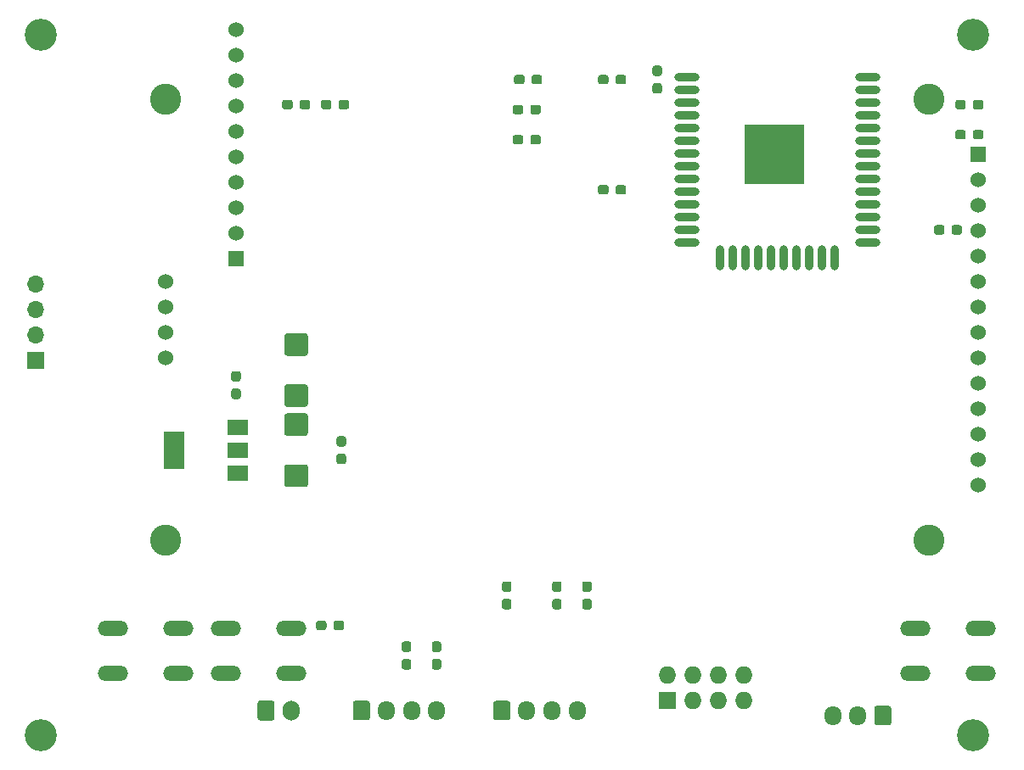
<source format=gbr>
G04 #@! TF.GenerationSoftware,KiCad,Pcbnew,5.1.7-a382d34a8~87~ubuntu18.04.1*
G04 #@! TF.CreationDate,2020-12-04T06:12:41+00:00*
G04 #@! TF.ProjectId,display,64697370-6c61-4792-9e6b-696361645f70,1.0*
G04 #@! TF.SameCoordinates,Original*
G04 #@! TF.FileFunction,Soldermask,Top*
G04 #@! TF.FilePolarity,Negative*
%FSLAX46Y46*%
G04 Gerber Fmt 4.6, Leading zero omitted, Abs format (unit mm)*
G04 Created by KiCad (PCBNEW 5.1.7-a382d34a8~87~ubuntu18.04.1) date 2020-12-04 06:12:41*
%MOMM*%
%LPD*%
G01*
G04 APERTURE LIST*
%ADD10C,3.200000*%
%ADD11C,3.100000*%
%ADD12R,1.524000X1.524000*%
%ADD13C,1.524000*%
%ADD14R,1.700000X1.700000*%
%ADD15O,1.700000X1.700000*%
%ADD16O,1.700000X2.000000*%
%ADD17R,1.727200X1.727200*%
%ADD18O,1.727200X1.727200*%
%ADD19O,1.700000X1.950000*%
%ADD20O,3.014980X1.506220*%
%ADD21O,2.500000X0.900000*%
%ADD22O,0.900000X2.500000*%
%ADD23R,6.000000X6.000000*%
%ADD24R,2.000000X3.800000*%
%ADD25R,2.000000X1.500000*%
G04 APERTURE END LIST*
D10*
X102500000Y-137500000D03*
X195500000Y-137500000D03*
X195500000Y-67500000D03*
X102500000Y-67500000D03*
G36*
G01*
X128925001Y-99575000D02*
X127074999Y-99575000D01*
G75*
G02*
X126825000Y-99325001I0J249999D01*
G01*
X126825000Y-97574999D01*
G75*
G02*
X127074999Y-97325000I249999J0D01*
G01*
X128925001Y-97325000D01*
G75*
G02*
X129175000Y-97574999I0J-249999D01*
G01*
X129175000Y-99325001D01*
G75*
G02*
X128925001Y-99575000I-249999J0D01*
G01*
G37*
G36*
G01*
X128925001Y-104675000D02*
X127074999Y-104675000D01*
G75*
G02*
X126825000Y-104425001I0J249999D01*
G01*
X126825000Y-102674999D01*
G75*
G02*
X127074999Y-102425000I249999J0D01*
G01*
X128925001Y-102425000D01*
G75*
G02*
X129175000Y-102674999I0J-249999D01*
G01*
X129175000Y-104425001D01*
G75*
G02*
X128925001Y-104675000I-249999J0D01*
G01*
G37*
G36*
G01*
X127074999Y-105325000D02*
X128925001Y-105325000D01*
G75*
G02*
X129175000Y-105574999I0J-249999D01*
G01*
X129175000Y-107325001D01*
G75*
G02*
X128925001Y-107575000I-249999J0D01*
G01*
X127074999Y-107575000D01*
G75*
G02*
X126825000Y-107325001I0J249999D01*
G01*
X126825000Y-105574999D01*
G75*
G02*
X127074999Y-105325000I249999J0D01*
G01*
G37*
G36*
G01*
X127074999Y-110425000D02*
X128925001Y-110425000D01*
G75*
G02*
X129175000Y-110674999I0J-249999D01*
G01*
X129175000Y-112425001D01*
G75*
G02*
X128925001Y-112675000I-249999J0D01*
G01*
X127074999Y-112675000D01*
G75*
G02*
X126825000Y-112425001I0J249999D01*
G01*
X126825000Y-110674999D01*
G75*
G02*
X127074999Y-110425000I249999J0D01*
G01*
G37*
G36*
G01*
X194775000Y-77262500D02*
X194775000Y-77737500D01*
G75*
G02*
X194537500Y-77975000I-237500J0D01*
G01*
X193962500Y-77975000D01*
G75*
G02*
X193725000Y-77737500I0J237500D01*
G01*
X193725000Y-77262500D01*
G75*
G02*
X193962500Y-77025000I237500J0D01*
G01*
X194537500Y-77025000D01*
G75*
G02*
X194775000Y-77262500I0J-237500D01*
G01*
G37*
G36*
G01*
X196525000Y-77262500D02*
X196525000Y-77737500D01*
G75*
G02*
X196287500Y-77975000I-237500J0D01*
G01*
X195712500Y-77975000D01*
G75*
G02*
X195475000Y-77737500I0J237500D01*
G01*
X195475000Y-77262500D01*
G75*
G02*
X195712500Y-77025000I237500J0D01*
G01*
X196287500Y-77025000D01*
G75*
G02*
X196525000Y-77262500I0J-237500D01*
G01*
G37*
G36*
G01*
X164237500Y-73400000D02*
X163762500Y-73400000D01*
G75*
G02*
X163525000Y-73162500I0J237500D01*
G01*
X163525000Y-72587500D01*
G75*
G02*
X163762500Y-72350000I237500J0D01*
G01*
X164237500Y-72350000D01*
G75*
G02*
X164475000Y-72587500I0J-237500D01*
G01*
X164475000Y-73162500D01*
G75*
G02*
X164237500Y-73400000I-237500J0D01*
G01*
G37*
G36*
G01*
X164237500Y-71650000D02*
X163762500Y-71650000D01*
G75*
G02*
X163525000Y-71412500I0J237500D01*
G01*
X163525000Y-70837500D01*
G75*
G02*
X163762500Y-70600000I237500J0D01*
G01*
X164237500Y-70600000D01*
G75*
G02*
X164475000Y-70837500I0J-237500D01*
G01*
X164475000Y-71412500D01*
G75*
G02*
X164237500Y-71650000I-237500J0D01*
G01*
G37*
G36*
G01*
X132262500Y-107600000D02*
X132737500Y-107600000D01*
G75*
G02*
X132975000Y-107837500I0J-237500D01*
G01*
X132975000Y-108412500D01*
G75*
G02*
X132737500Y-108650000I-237500J0D01*
G01*
X132262500Y-108650000D01*
G75*
G02*
X132025000Y-108412500I0J237500D01*
G01*
X132025000Y-107837500D01*
G75*
G02*
X132262500Y-107600000I237500J0D01*
G01*
G37*
G36*
G01*
X132262500Y-109350000D02*
X132737500Y-109350000D01*
G75*
G02*
X132975000Y-109587500I0J-237500D01*
G01*
X132975000Y-110162500D01*
G75*
G02*
X132737500Y-110400000I-237500J0D01*
G01*
X132262500Y-110400000D01*
G75*
G02*
X132025000Y-110162500I0J237500D01*
G01*
X132025000Y-109587500D01*
G75*
G02*
X132262500Y-109350000I237500J0D01*
G01*
G37*
D11*
X115000000Y-74000000D03*
X115000000Y-118000000D03*
X191080000Y-118000000D03*
D12*
X196000000Y-79490000D03*
D13*
X196000000Y-82030000D03*
X196000000Y-84570000D03*
X196000000Y-87110000D03*
X196000000Y-89650000D03*
X196000000Y-92190000D03*
X196000000Y-94730000D03*
X196000000Y-97270000D03*
X196000000Y-99810000D03*
X196000000Y-102350000D03*
X196000000Y-104890000D03*
X196000000Y-107430000D03*
X196000000Y-109970000D03*
X196000000Y-112510000D03*
X115000000Y-92190000D03*
X115000000Y-94730000D03*
X115000000Y-97270000D03*
X115000000Y-99810000D03*
D11*
X191080000Y-74000000D03*
D14*
X102000000Y-100000000D03*
D15*
X102000000Y-97460000D03*
X102000000Y-94920000D03*
X102000000Y-92380000D03*
G36*
G01*
X124150000Y-135750000D02*
X124150000Y-134250000D01*
G75*
G02*
X124400000Y-134000000I250000J0D01*
G01*
X125600000Y-134000000D01*
G75*
G02*
X125850000Y-134250000I0J-250000D01*
G01*
X125850000Y-135750000D01*
G75*
G02*
X125600000Y-136000000I-250000J0D01*
G01*
X124400000Y-136000000D01*
G75*
G02*
X124150000Y-135750000I0J250000D01*
G01*
G37*
D16*
X127500000Y-135000000D03*
D17*
X165000000Y-134000000D03*
D18*
X165000000Y-131460000D03*
X167540000Y-134000000D03*
X167540000Y-131460000D03*
X170080000Y-134000000D03*
X170080000Y-131460000D03*
X172620000Y-134000000D03*
X172620000Y-131460000D03*
G36*
G01*
X187350000Y-134775000D02*
X187350000Y-136225000D01*
G75*
G02*
X187100000Y-136475000I-250000J0D01*
G01*
X185900000Y-136475000D01*
G75*
G02*
X185650000Y-136225000I0J250000D01*
G01*
X185650000Y-134775000D01*
G75*
G02*
X185900000Y-134525000I250000J0D01*
G01*
X187100000Y-134525000D01*
G75*
G02*
X187350000Y-134775000I0J-250000D01*
G01*
G37*
D19*
X184000000Y-135500000D03*
X181500000Y-135500000D03*
G36*
G01*
X147650000Y-135725000D02*
X147650000Y-134275000D01*
G75*
G02*
X147900000Y-134025000I250000J0D01*
G01*
X149100000Y-134025000D01*
G75*
G02*
X149350000Y-134275000I0J-250000D01*
G01*
X149350000Y-135725000D01*
G75*
G02*
X149100000Y-135975000I-250000J0D01*
G01*
X147900000Y-135975000D01*
G75*
G02*
X147650000Y-135725000I0J250000D01*
G01*
G37*
X151000000Y-135000000D03*
X153500000Y-135000000D03*
X156000000Y-135000000D03*
X142000000Y-135000000D03*
X139500000Y-135000000D03*
X137000000Y-135000000D03*
G36*
G01*
X133650000Y-135725000D02*
X133650000Y-134275000D01*
G75*
G02*
X133900000Y-134025000I250000J0D01*
G01*
X135100000Y-134025000D01*
G75*
G02*
X135350000Y-134275000I0J-250000D01*
G01*
X135350000Y-135725000D01*
G75*
G02*
X135100000Y-135975000I-250000J0D01*
G01*
X133900000Y-135975000D01*
G75*
G02*
X133650000Y-135725000I0J250000D01*
G01*
G37*
D12*
X122048000Y-89908000D03*
D13*
X122048000Y-87368000D03*
X122048000Y-84828000D03*
X122048000Y-82288000D03*
X122048000Y-79748000D03*
X122048000Y-77208000D03*
X122048000Y-74668000D03*
X122048000Y-72128000D03*
X122048000Y-69588000D03*
X122048000Y-67048000D03*
G36*
G01*
X153762500Y-123850000D02*
X154237500Y-123850000D01*
G75*
G02*
X154475000Y-124087500I0J-237500D01*
G01*
X154475000Y-124662500D01*
G75*
G02*
X154237500Y-124900000I-237500J0D01*
G01*
X153762500Y-124900000D01*
G75*
G02*
X153525000Y-124662500I0J237500D01*
G01*
X153525000Y-124087500D01*
G75*
G02*
X153762500Y-123850000I237500J0D01*
G01*
G37*
G36*
G01*
X153762500Y-122100000D02*
X154237500Y-122100000D01*
G75*
G02*
X154475000Y-122337500I0J-237500D01*
G01*
X154475000Y-122912500D01*
G75*
G02*
X154237500Y-123150000I-237500J0D01*
G01*
X153762500Y-123150000D01*
G75*
G02*
X153525000Y-122912500I0J237500D01*
G01*
X153525000Y-122337500D01*
G75*
G02*
X153762500Y-122100000I237500J0D01*
G01*
G37*
G36*
G01*
X156762500Y-122100000D02*
X157237500Y-122100000D01*
G75*
G02*
X157475000Y-122337500I0J-237500D01*
G01*
X157475000Y-122912500D01*
G75*
G02*
X157237500Y-123150000I-237500J0D01*
G01*
X156762500Y-123150000D01*
G75*
G02*
X156525000Y-122912500I0J237500D01*
G01*
X156525000Y-122337500D01*
G75*
G02*
X156762500Y-122100000I237500J0D01*
G01*
G37*
G36*
G01*
X156762500Y-123850000D02*
X157237500Y-123850000D01*
G75*
G02*
X157475000Y-124087500I0J-237500D01*
G01*
X157475000Y-124662500D01*
G75*
G02*
X157237500Y-124900000I-237500J0D01*
G01*
X156762500Y-124900000D01*
G75*
G02*
X156525000Y-124662500I0J237500D01*
G01*
X156525000Y-124087500D01*
G75*
G02*
X156762500Y-123850000I237500J0D01*
G01*
G37*
G36*
G01*
X159850000Y-72237500D02*
X159850000Y-71762500D01*
G75*
G02*
X160087500Y-71525000I237500J0D01*
G01*
X160662500Y-71525000D01*
G75*
G02*
X160900000Y-71762500I0J-237500D01*
G01*
X160900000Y-72237500D01*
G75*
G02*
X160662500Y-72475000I-237500J0D01*
G01*
X160087500Y-72475000D01*
G75*
G02*
X159850000Y-72237500I0J237500D01*
G01*
G37*
G36*
G01*
X158100000Y-72237500D02*
X158100000Y-71762500D01*
G75*
G02*
X158337500Y-71525000I237500J0D01*
G01*
X158912500Y-71525000D01*
G75*
G02*
X159150000Y-71762500I0J-237500D01*
G01*
X159150000Y-72237500D01*
G75*
G02*
X158912500Y-72475000I-237500J0D01*
G01*
X158337500Y-72475000D01*
G75*
G02*
X158100000Y-72237500I0J237500D01*
G01*
G37*
G36*
G01*
X132775000Y-126262500D02*
X132775000Y-126737500D01*
G75*
G02*
X132537500Y-126975000I-237500J0D01*
G01*
X131962500Y-126975000D01*
G75*
G02*
X131725000Y-126737500I0J237500D01*
G01*
X131725000Y-126262500D01*
G75*
G02*
X131962500Y-126025000I237500J0D01*
G01*
X132537500Y-126025000D01*
G75*
G02*
X132775000Y-126262500I0J-237500D01*
G01*
G37*
G36*
G01*
X131025000Y-126262500D02*
X131025000Y-126737500D01*
G75*
G02*
X130787500Y-126975000I-237500J0D01*
G01*
X130212500Y-126975000D01*
G75*
G02*
X129975000Y-126737500I0J237500D01*
G01*
X129975000Y-126262500D01*
G75*
G02*
X130212500Y-126025000I237500J0D01*
G01*
X130787500Y-126025000D01*
G75*
G02*
X131025000Y-126262500I0J-237500D01*
G01*
G37*
G36*
G01*
X160900000Y-82762500D02*
X160900000Y-83237500D01*
G75*
G02*
X160662500Y-83475000I-237500J0D01*
G01*
X160087500Y-83475000D01*
G75*
G02*
X159850000Y-83237500I0J237500D01*
G01*
X159850000Y-82762500D01*
G75*
G02*
X160087500Y-82525000I237500J0D01*
G01*
X160662500Y-82525000D01*
G75*
G02*
X160900000Y-82762500I0J-237500D01*
G01*
G37*
G36*
G01*
X159150000Y-82762500D02*
X159150000Y-83237500D01*
G75*
G02*
X158912500Y-83475000I-237500J0D01*
G01*
X158337500Y-83475000D01*
G75*
G02*
X158100000Y-83237500I0J237500D01*
G01*
X158100000Y-82762500D01*
G75*
G02*
X158337500Y-82525000I237500J0D01*
G01*
X158912500Y-82525000D01*
G75*
G02*
X159150000Y-82762500I0J-237500D01*
G01*
G37*
G36*
G01*
X149237500Y-124900000D02*
X148762500Y-124900000D01*
G75*
G02*
X148525000Y-124662500I0J237500D01*
G01*
X148525000Y-124087500D01*
G75*
G02*
X148762500Y-123850000I237500J0D01*
G01*
X149237500Y-123850000D01*
G75*
G02*
X149475000Y-124087500I0J-237500D01*
G01*
X149475000Y-124662500D01*
G75*
G02*
X149237500Y-124900000I-237500J0D01*
G01*
G37*
G36*
G01*
X149237500Y-123150000D02*
X148762500Y-123150000D01*
G75*
G02*
X148525000Y-122912500I0J237500D01*
G01*
X148525000Y-122337500D01*
G75*
G02*
X148762500Y-122100000I237500J0D01*
G01*
X149237500Y-122100000D01*
G75*
G02*
X149475000Y-122337500I0J-237500D01*
G01*
X149475000Y-122912500D01*
G75*
G02*
X149237500Y-123150000I-237500J0D01*
G01*
G37*
G36*
G01*
X121762500Y-102850000D02*
X122237500Y-102850000D01*
G75*
G02*
X122475000Y-103087500I0J-237500D01*
G01*
X122475000Y-103662500D01*
G75*
G02*
X122237500Y-103900000I-237500J0D01*
G01*
X121762500Y-103900000D01*
G75*
G02*
X121525000Y-103662500I0J237500D01*
G01*
X121525000Y-103087500D01*
G75*
G02*
X121762500Y-102850000I237500J0D01*
G01*
G37*
G36*
G01*
X121762500Y-101100000D02*
X122237500Y-101100000D01*
G75*
G02*
X122475000Y-101337500I0J-237500D01*
G01*
X122475000Y-101912500D01*
G75*
G02*
X122237500Y-102150000I-237500J0D01*
G01*
X121762500Y-102150000D01*
G75*
G02*
X121525000Y-101912500I0J237500D01*
G01*
X121525000Y-101337500D01*
G75*
G02*
X121762500Y-101100000I237500J0D01*
G01*
G37*
G36*
G01*
X150775000Y-71762500D02*
X150775000Y-72237500D01*
G75*
G02*
X150537500Y-72475000I-237500J0D01*
G01*
X149962500Y-72475000D01*
G75*
G02*
X149725000Y-72237500I0J237500D01*
G01*
X149725000Y-71762500D01*
G75*
G02*
X149962500Y-71525000I237500J0D01*
G01*
X150537500Y-71525000D01*
G75*
G02*
X150775000Y-71762500I0J-237500D01*
G01*
G37*
G36*
G01*
X152525000Y-71762500D02*
X152525000Y-72237500D01*
G75*
G02*
X152287500Y-72475000I-237500J0D01*
G01*
X151712500Y-72475000D01*
G75*
G02*
X151475000Y-72237500I0J237500D01*
G01*
X151475000Y-71762500D01*
G75*
G02*
X151712500Y-71525000I237500J0D01*
G01*
X152287500Y-71525000D01*
G75*
G02*
X152525000Y-71762500I0J-237500D01*
G01*
G37*
G36*
G01*
X127650000Y-74262500D02*
X127650000Y-74737500D01*
G75*
G02*
X127412500Y-74975000I-237500J0D01*
G01*
X126837500Y-74975000D01*
G75*
G02*
X126600000Y-74737500I0J237500D01*
G01*
X126600000Y-74262500D01*
G75*
G02*
X126837500Y-74025000I237500J0D01*
G01*
X127412500Y-74025000D01*
G75*
G02*
X127650000Y-74262500I0J-237500D01*
G01*
G37*
G36*
G01*
X129400000Y-74262500D02*
X129400000Y-74737500D01*
G75*
G02*
X129162500Y-74975000I-237500J0D01*
G01*
X128587500Y-74975000D01*
G75*
G02*
X128350000Y-74737500I0J237500D01*
G01*
X128350000Y-74262500D01*
G75*
G02*
X128587500Y-74025000I237500J0D01*
G01*
X129162500Y-74025000D01*
G75*
G02*
X129400000Y-74262500I0J-237500D01*
G01*
G37*
G36*
G01*
X131525000Y-74262500D02*
X131525000Y-74737500D01*
G75*
G02*
X131287500Y-74975000I-237500J0D01*
G01*
X130712500Y-74975000D01*
G75*
G02*
X130475000Y-74737500I0J237500D01*
G01*
X130475000Y-74262500D01*
G75*
G02*
X130712500Y-74025000I237500J0D01*
G01*
X131287500Y-74025000D01*
G75*
G02*
X131525000Y-74262500I0J-237500D01*
G01*
G37*
G36*
G01*
X133275000Y-74262500D02*
X133275000Y-74737500D01*
G75*
G02*
X133037500Y-74975000I-237500J0D01*
G01*
X132462500Y-74975000D01*
G75*
G02*
X132225000Y-74737500I0J237500D01*
G01*
X132225000Y-74262500D01*
G75*
G02*
X132462500Y-74025000I237500J0D01*
G01*
X133037500Y-74025000D01*
G75*
G02*
X133275000Y-74262500I0J-237500D01*
G01*
G37*
G36*
G01*
X152400000Y-74762500D02*
X152400000Y-75237500D01*
G75*
G02*
X152162500Y-75475000I-237500J0D01*
G01*
X151587500Y-75475000D01*
G75*
G02*
X151350000Y-75237500I0J237500D01*
G01*
X151350000Y-74762500D01*
G75*
G02*
X151587500Y-74525000I237500J0D01*
G01*
X152162500Y-74525000D01*
G75*
G02*
X152400000Y-74762500I0J-237500D01*
G01*
G37*
G36*
G01*
X150650000Y-74762500D02*
X150650000Y-75237500D01*
G75*
G02*
X150412500Y-75475000I-237500J0D01*
G01*
X149837500Y-75475000D01*
G75*
G02*
X149600000Y-75237500I0J237500D01*
G01*
X149600000Y-74762500D01*
G75*
G02*
X149837500Y-74525000I237500J0D01*
G01*
X150412500Y-74525000D01*
G75*
G02*
X150650000Y-74762500I0J-237500D01*
G01*
G37*
G36*
G01*
X149600000Y-78237500D02*
X149600000Y-77762500D01*
G75*
G02*
X149837500Y-77525000I237500J0D01*
G01*
X150412500Y-77525000D01*
G75*
G02*
X150650000Y-77762500I0J-237500D01*
G01*
X150650000Y-78237500D01*
G75*
G02*
X150412500Y-78475000I-237500J0D01*
G01*
X149837500Y-78475000D01*
G75*
G02*
X149600000Y-78237500I0J237500D01*
G01*
G37*
G36*
G01*
X151350000Y-78237500D02*
X151350000Y-77762500D01*
G75*
G02*
X151587500Y-77525000I237500J0D01*
G01*
X152162500Y-77525000D01*
G75*
G02*
X152400000Y-77762500I0J-237500D01*
G01*
X152400000Y-78237500D01*
G75*
G02*
X152162500Y-78475000I-237500J0D01*
G01*
X151587500Y-78475000D01*
G75*
G02*
X151350000Y-78237500I0J237500D01*
G01*
G37*
G36*
G01*
X196525000Y-74262500D02*
X196525000Y-74737500D01*
G75*
G02*
X196287500Y-74975000I-237500J0D01*
G01*
X195712500Y-74975000D01*
G75*
G02*
X195475000Y-74737500I0J237500D01*
G01*
X195475000Y-74262500D01*
G75*
G02*
X195712500Y-74025000I237500J0D01*
G01*
X196287500Y-74025000D01*
G75*
G02*
X196525000Y-74262500I0J-237500D01*
G01*
G37*
G36*
G01*
X194775000Y-74262500D02*
X194775000Y-74737500D01*
G75*
G02*
X194537500Y-74975000I-237500J0D01*
G01*
X193962500Y-74975000D01*
G75*
G02*
X193725000Y-74737500I0J237500D01*
G01*
X193725000Y-74262500D01*
G75*
G02*
X193962500Y-74025000I237500J0D01*
G01*
X194537500Y-74025000D01*
G75*
G02*
X194775000Y-74262500I0J-237500D01*
G01*
G37*
G36*
G01*
X193350000Y-87237500D02*
X193350000Y-86762500D01*
G75*
G02*
X193587500Y-86525000I237500J0D01*
G01*
X194162500Y-86525000D01*
G75*
G02*
X194400000Y-86762500I0J-237500D01*
G01*
X194400000Y-87237500D01*
G75*
G02*
X194162500Y-87475000I-237500J0D01*
G01*
X193587500Y-87475000D01*
G75*
G02*
X193350000Y-87237500I0J237500D01*
G01*
G37*
G36*
G01*
X191600000Y-87237500D02*
X191600000Y-86762500D01*
G75*
G02*
X191837500Y-86525000I237500J0D01*
G01*
X192412500Y-86525000D01*
G75*
G02*
X192650000Y-86762500I0J-237500D01*
G01*
X192650000Y-87237500D01*
G75*
G02*
X192412500Y-87475000I-237500J0D01*
G01*
X191837500Y-87475000D01*
G75*
G02*
X191600000Y-87237500I0J237500D01*
G01*
G37*
G36*
G01*
X139237500Y-129150000D02*
X138762500Y-129150000D01*
G75*
G02*
X138525000Y-128912500I0J237500D01*
G01*
X138525000Y-128337500D01*
G75*
G02*
X138762500Y-128100000I237500J0D01*
G01*
X139237500Y-128100000D01*
G75*
G02*
X139475000Y-128337500I0J-237500D01*
G01*
X139475000Y-128912500D01*
G75*
G02*
X139237500Y-129150000I-237500J0D01*
G01*
G37*
G36*
G01*
X139237500Y-130900000D02*
X138762500Y-130900000D01*
G75*
G02*
X138525000Y-130662500I0J237500D01*
G01*
X138525000Y-130087500D01*
G75*
G02*
X138762500Y-129850000I237500J0D01*
G01*
X139237500Y-129850000D01*
G75*
G02*
X139475000Y-130087500I0J-237500D01*
G01*
X139475000Y-130662500D01*
G75*
G02*
X139237500Y-130900000I-237500J0D01*
G01*
G37*
G36*
G01*
X142237500Y-130900000D02*
X141762500Y-130900000D01*
G75*
G02*
X141525000Y-130662500I0J237500D01*
G01*
X141525000Y-130087500D01*
G75*
G02*
X141762500Y-129850000I237500J0D01*
G01*
X142237500Y-129850000D01*
G75*
G02*
X142475000Y-130087500I0J-237500D01*
G01*
X142475000Y-130662500D01*
G75*
G02*
X142237500Y-130900000I-237500J0D01*
G01*
G37*
G36*
G01*
X142237500Y-129150000D02*
X141762500Y-129150000D01*
G75*
G02*
X141525000Y-128912500I0J237500D01*
G01*
X141525000Y-128337500D01*
G75*
G02*
X141762500Y-128100000I237500J0D01*
G01*
X142237500Y-128100000D01*
G75*
G02*
X142475000Y-128337500I0J-237500D01*
G01*
X142475000Y-128912500D01*
G75*
G02*
X142237500Y-129150000I-237500J0D01*
G01*
G37*
D20*
X109751340Y-131247900D03*
X116248660Y-131247900D03*
X109751340Y-126752100D03*
X116248660Y-126752100D03*
X127497660Y-126752100D03*
X121000340Y-126752100D03*
X127497660Y-131247900D03*
X121000340Y-131247900D03*
X189751340Y-131247900D03*
X196248660Y-131247900D03*
X189751340Y-126752100D03*
X196248660Y-126752100D03*
D21*
X185000000Y-71750000D03*
X185000000Y-73020000D03*
X185000000Y-74290000D03*
X185000000Y-75560000D03*
X185000000Y-76830000D03*
X185000000Y-78100000D03*
X185000000Y-79370000D03*
X185000000Y-80640000D03*
X185000000Y-81910000D03*
X185000000Y-83180000D03*
X185000000Y-84450000D03*
X185000000Y-85720000D03*
X185000000Y-86990000D03*
X185000000Y-88260000D03*
D22*
X181715000Y-89750000D03*
X180445000Y-89750000D03*
X179175000Y-89750000D03*
X177905000Y-89750000D03*
X176635000Y-89750000D03*
X175365000Y-89750000D03*
X174095000Y-89750000D03*
X172825000Y-89750000D03*
X171555000Y-89750000D03*
X170285000Y-89750000D03*
D21*
X167000000Y-88260000D03*
X167000000Y-86990000D03*
X167000000Y-85720000D03*
X167000000Y-84450000D03*
X167000000Y-83180000D03*
X167000000Y-81910000D03*
X167000000Y-80640000D03*
X167000000Y-79370000D03*
X167000000Y-78100000D03*
X167000000Y-76830000D03*
X167000000Y-75560000D03*
X167000000Y-74290000D03*
X167000000Y-73020000D03*
X167000000Y-71750000D03*
D23*
X175700000Y-79450000D03*
D24*
X115850000Y-109000000D03*
D25*
X122150000Y-109000000D03*
X122150000Y-106700000D03*
X122150000Y-111300000D03*
M02*

</source>
